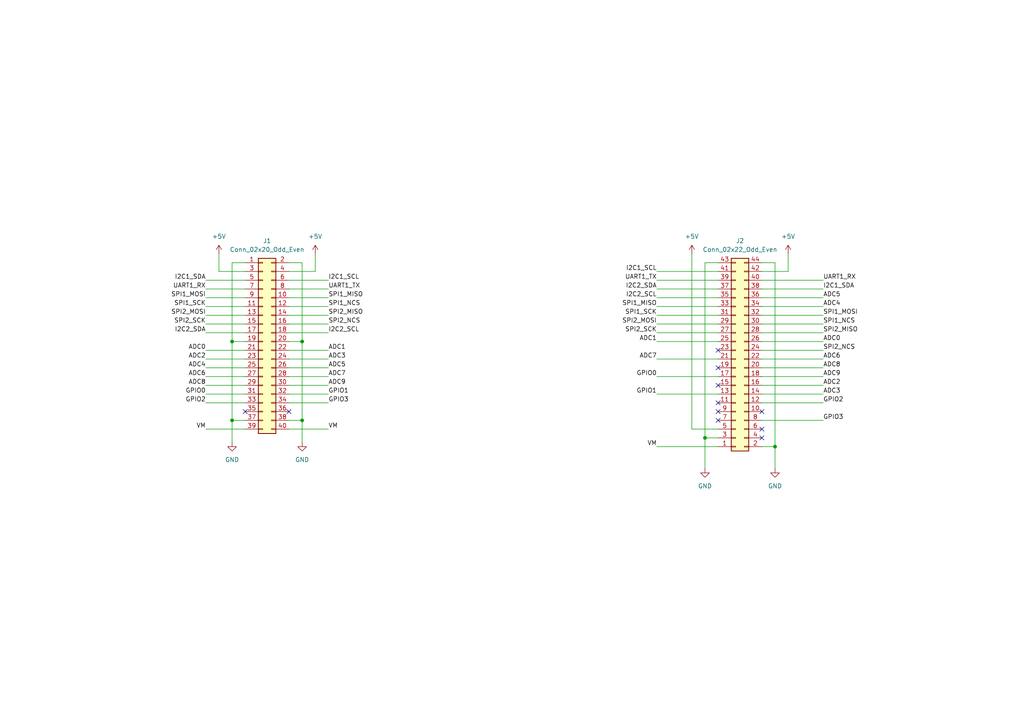
<source format=kicad_sch>
(kicad_sch (version 20211123) (generator eeschema)
  (paper "A4")
  (lib_symbols
    (symbol "Connector_Generic:Conn_02x20_Odd_Even" (pin_names (offset 1.016) hide)
      (property "Reference" "J" (at 1.27 25.4 0))
      (property "Value" "Conn_02x20_Odd_Even" (at 1.27 -27.94 0))
      (symbol "Conn_02x20_Odd_Even_1_1"
        (rectangle (start -1.27 -25.273) (end 0 -25.527) (stroke (width 0.1524)))
        (rectangle (start -1.27 -22.733) (end 0 -22.987) (stroke (width 0.1524)))
        (rectangle (start -1.27 -20.193) (end 0 -20.447) (stroke (width 0.1524)))
        (rectangle (start -1.27 -17.653) (end 0 -17.907) (stroke (width 0.1524)))
        (rectangle (start -1.27 -15.113) (end 0 -15.367) (stroke (width 0.1524)))
        (rectangle (start -1.27 -12.573) (end 0 -12.827) (stroke (width 0.1524)))
        (rectangle (start -1.27 -10.033) (end 0 -10.287) (stroke (width 0.1524)))
        (rectangle (start -1.27 -7.493) (end 0 -7.747) (stroke (width 0.1524)))
        (rectangle (start -1.27 -4.953) (end 0 -5.207) (stroke (width 0.1524)))
        (rectangle (start -1.27 -2.413) (end 0 -2.667) (stroke (width 0.1524)))
        (rectangle (start -1.27 0.127) (end 0 -0.127) (stroke (width 0.1524)))
        (rectangle (start -1.27 2.667) (end 0 2.413) (stroke (width 0.1524)))
        (rectangle (start -1.27 5.207) (end 0 4.953) (stroke (width 0.1524)))
        (rectangle (start -1.27 7.747) (end 0 7.493) (stroke (width 0.1524)))
        (rectangle (start -1.27 10.287) (end 0 10.033) (stroke (width 0.1524)))
        (rectangle (start -1.27 12.827) (end 0 12.573) (stroke (width 0.1524)))
        (rectangle (start -1.27 15.367) (end 0 15.113) (stroke (width 0.1524)))
        (rectangle (start -1.27 17.907) (end 0 17.653) (stroke (width 0.1524)))
        (rectangle (start -1.27 20.447) (end 0 20.193) (stroke (width 0.1524)))
        (rectangle (start -1.27 22.987) (end 0 22.733) (stroke (width 0.1524)))
        (rectangle (start -1.27 24.13) (end 3.81 -26.67) (stroke (width 0.254)) (fill (type background)))
        (rectangle (start 3.81 -25.273) (end 2.54 -25.527) (stroke (width 0.1524)))
        (rectangle (start 3.81 -22.733) (end 2.54 -22.987) (stroke (width 0.1524)))
        (rectangle (start 3.81 -20.193) (end 2.54 -20.447) (stroke (width 0.1524)))
        (rectangle (start 3.81 -17.653) (end 2.54 -17.907) (stroke (width 0.1524)))
        (rectangle (start 3.81 -15.113) (end 2.54 -15.367) (stroke (width 0.1524)))
        (rectangle (start 3.81 -12.573) (end 2.54 -12.827) (stroke (width 0.1524)))
        (rectangle (start 3.81 -10.033) (end 2.54 -10.287) (stroke (width 0.1524)))
        (rectangle (start 3.81 -7.493) (end 2.54 -7.747) (stroke (width 0.1524)))
        (rectangle (start 3.81 -4.953) (end 2.54 -5.207) (stroke (width 0.1524)))
        (rectangle (start 3.81 -2.413) (end 2.54 -2.667) (stroke (width 0.1524)))
        (rectangle (start 3.81 0.127) (end 2.54 -0.127) (stroke (width 0.1524)))
        (rectangle (start 3.81 2.667) (end 2.54 2.413) (stroke (width 0.1524)))
        (rectangle (start 3.81 5.207) (end 2.54 4.953) (stroke (width 0.1524)))
        (rectangle (start 3.81 7.747) (end 2.54 7.493) (stroke (width 0.1524)))
        (rectangle (start 3.81 10.287) (end 2.54 10.033) (stroke (width 0.1524)))
        (rectangle (start 3.81 12.827) (end 2.54 12.573) (stroke (width 0.1524)))
        (rectangle (start 3.81 15.367) (end 2.54 15.113) (stroke (width 0.1524)))
        (rectangle (start 3.81 17.907) (end 2.54 17.653) (stroke (width 0.1524)))
        (rectangle (start 3.81 20.447) (end 2.54 20.193) (stroke (width 0.1524)))
        (rectangle (start 3.81 22.987) (end 2.54 22.733) (stroke (width 0.1524)))
        (pin passive line (at -5.08 22.86 0) (length 3.81) (name "Pin_1") (number "1"))
        (pin passive line (at 7.62 12.7 180) (length 3.81) (name "Pin_10") (number "10"))
        (pin passive line (at -5.08 10.16 0) (length 3.81) (name "Pin_11") (number "11"))
        (pin passive line (at 7.62 10.16 180) (length 3.81) (name "Pin_12") (number "12"))
        (pin passive line (at -5.08 7.62 0) (length 3.81) (name "Pin_13") (number "13"))
        (pin passive line (at 7.62 7.62 180) (length 3.81) (name "Pin_14") (number "14"))
        (pin passive line (at -5.08 5.08 0) (length 3.81) (name "Pin_15") (number "15"))
        (pin passive line (at 7.62 5.08 180) (length 3.81) (name "Pin_16") (number "16"))
        (pin passive line (at -5.08 2.54 0) (length 3.81) (name "Pin_17") (number "17"))
        (pin passive line (at 7.62 2.54 180) (length 3.81) (name "Pin_18") (number "18"))
        (pin passive line (at -5.08 0 0) (length 3.81) (name "Pin_19") (number "19"))
        (pin passive line (at 7.62 22.86 180) (length 3.81) (name "Pin_2") (number "2"))
        (pin passive line (at 7.62 0 180) (length 3.81) (name "Pin_20") (number "20"))
        (pin passive line (at -5.08 -2.54 0) (length 3.81) (name "Pin_21") (number "21"))
        (pin passive line (at 7.62 -2.54 180) (length 3.81) (name "Pin_22") (number "22"))
        (pin passive line (at -5.08 -5.08 0) (length 3.81) (name "Pin_23") (number "23"))
        (pin passive line (at 7.62 -5.08 180) (length 3.81) (name "Pin_24") (number "24"))
        (pin passive line (at -5.08 -7.62 0) (length 3.81) (name "Pin_25") (number "25"))
        (pin passive line (at 7.62 -7.62 180) (length 3.81) (name "Pin_26") (number "26"))
        (pin passive line (at -5.08 -10.16 0) (length 3.81) (name "Pin_27") (number "27"))
        (pin passive line (at 7.62 -10.16 180) (length 3.81) (name "Pin_28") (number "28"))
        (pin passive line (at -5.08 -12.7 0) (length 3.81) (name "Pin_29") (number "29"))
        (pin passive line (at -5.08 20.32 0) (length 3.81) (name "Pin_3") (number "3"))
        (pin passive line (at 7.62 -12.7 180) (length 3.81) (name "Pin_30") (number "30"))
        (pin passive line (at -5.08 -15.24 0) (length 3.81) (name "Pin_31") (number "31"))
        (pin passive line (at 7.62 -15.24 180) (length 3.81) (name "Pin_32") (number "32"))
        (pin passive line (at -5.08 -17.78 0) (length 3.81) (name "Pin_33") (number "33"))
        (pin passive line (at 7.62 -17.78 180) (length 3.81) (name "Pin_34") (number "34"))
        (pin passive line (at -5.08 -20.32 0) (length 3.81) (name "Pin_35") (number "35"))
        (pin passive line (at 7.62 -20.32 180) (length 3.81) (name "Pin_36") (number "36"))
        (pin passive line (at -5.08 -22.86 0) (length 3.81) (name "Pin_37") (number "37"))
        (pin passive line (at 7.62 -22.86 180) (length 3.81) (name "Pin_38") (number "38"))
        (pin passive line (at -5.08 -25.4 0) (length 3.81) (name "Pin_39") (number "39"))
        (pin passive line (at 7.62 20.32 180) (length 3.81) (name "Pin_4") (number "4"))
        (pin passive line (at 7.62 -25.4 180) (length 3.81) (name "Pin_40") (number "40"))
        (pin passive line (at -5.08 17.78 0) (length 3.81) (name "Pin_5") (number "5"))
        (pin passive line (at 7.62 17.78 180) (length 3.81) (name "Pin_6") (number "6"))
        (pin passive line (at -5.08 15.24 0) (length 3.81) (name "Pin_7") (number "7"))
        (pin passive line (at 7.62 15.24 180) (length 3.81) (name "Pin_8") (number "8"))
        (pin passive line (at -5.08 12.7 0) (length 3.81) (name "Pin_9") (number "9"))
      )
    )
    (symbol "Connector_Generic:Conn_02x22_Odd_Even" (pin_names (offset 1.016) hide)
      (property "Reference" "J" (at 1.27 27.94 0))
      (property "Value" "Conn_02x22_Odd_Even" (at 1.27 -30.48 0))
      (symbol "Conn_02x22_Odd_Even_1_1"
        (rectangle (start -1.27 -27.813) (end 0 -28.067) (stroke (width 0.1524)))
        (rectangle (start -1.27 -25.273) (end 0 -25.527) (stroke (width 0.1524)))
        (rectangle (start -1.27 -22.733) (end 0 -22.987) (stroke (width 0.1524)))
        (rectangle (start -1.27 -20.193) (end 0 -20.447) (stroke (width 0.1524)))
        (rectangle (start -1.27 -17.653) (end 0 -17.907) (stroke (width 0.1524)))
        (rectangle (start -1.27 -15.113) (end 0 -15.367) (stroke (width 0.1524)))
        (rectangle (start -1.27 -12.573) (end 0 -12.827) (stroke (width 0.1524)))
        (rectangle (start -1.27 -10.033) (end 0 -10.287) (stroke (width 0.1524)))
        (rectangle (start -1.27 -7.493) (end 0 -7.747) (stroke (width 0.1524)))
        (rectangle (start -1.27 -4.953) (end 0 -5.207) (stroke (width 0.1524)))
        (rectangle (start -1.27 -2.413) (end 0 -2.667) (stroke (width 0.1524)))
        (rectangle (start -1.27 0.127) (end 0 -0.127) (stroke (width 0.1524)))
        (rectangle (start -1.27 2.667) (end 0 2.413) (stroke (width 0.1524)))
        (rectangle (start -1.27 5.207) (end 0 4.953) (stroke (width 0.1524)))
        (rectangle (start -1.27 7.747) (end 0 7.493) (stroke (width 0.1524)))
        (rectangle (start -1.27 10.287) (end 0 10.033) (stroke (width 0.1524)))
        (rectangle (start -1.27 12.827) (end 0 12.573) (stroke (width 0.1524)))
        (rectangle (start -1.27 15.367) (end 0 15.113) (stroke (width 0.1524)))
        (rectangle (start -1.27 17.907) (end 0 17.653) (stroke (width 0.1524)))
        (rectangle (start -1.27 20.447) (end 0 20.193) (stroke (width 0.1524)))
        (rectangle (start -1.27 22.987) (end 0 22.733) (stroke (width 0.1524)))
        (rectangle (start -1.27 25.527) (end 0 25.273) (stroke (width 0.1524)))
        (rectangle (start -1.27 26.67) (end 3.81 -29.21) (stroke (width 0.254)) (fill (type background)))
        (rectangle (start 3.81 -27.813) (end 2.54 -28.067) (stroke (width 0.1524)))
        (rectangle (start 3.81 -25.273) (end 2.54 -25.527) (stroke (width 0.1524)))
        (rectangle (start 3.81 -22.733) (end 2.54 -22.987) (stroke (width 0.1524)))
        (rectangle (start 3.81 -20.193) (end 2.54 -20.447) (stroke (width 0.1524)))
        (rectangle (start 3.81 -17.653) (end 2.54 -17.907) (stroke (width 0.1524)))
        (rectangle (start 3.81 -15.113) (end 2.54 -15.367) (stroke (width 0.1524)))
        (rectangle (start 3.81 -12.573) (end 2.54 -12.827) (stroke (width 0.1524)))
        (rectangle (start 3.81 -10.033) (end 2.54 -10.287) (stroke (width 0.1524)))
        (rectangle (start 3.81 -7.493) (end 2.54 -7.747) (stroke (width 0.1524)))
        (rectangle (start 3.81 -4.953) (end 2.54 -5.207) (stroke (width 0.1524)))
        (rectangle (start 3.81 -2.413) (end 2.54 -2.667) (stroke (width 0.1524)))
        (rectangle (start 3.81 0.127) (end 2.54 -0.127) (stroke (width 0.1524)))
        (rectangle (start 3.81 2.667) (end 2.54 2.413) (stroke (width 0.1524)))
        (rectangle (start 3.81 5.207) (end 2.54 4.953) (stroke (width 0.1524)))
        (rectangle (start 3.81 7.747) (end 2.54 7.493) (stroke (width 0.1524)))
        (rectangle (start 3.81 10.287) (end 2.54 10.033) (stroke (width 0.1524)))
        (rectangle (start 3.81 12.827) (end 2.54 12.573) (stroke (width 0.1524)))
        (rectangle (start 3.81 15.367) (end 2.54 15.113) (stroke (width 0.1524)))
        (rectangle (start 3.81 17.907) (end 2.54 17.653) (stroke (width 0.1524)))
        (rectangle (start 3.81 20.447) (end 2.54 20.193) (stroke (width 0.1524)))
        (rectangle (start 3.81 22.987) (end 2.54 22.733) (stroke (width 0.1524)))
        (rectangle (start 3.81 25.527) (end 2.54 25.273) (stroke (width 0.1524)))
        (pin passive line (at -5.08 25.4 0) (length 3.81) (name "Pin_1") (number "1"))
        (pin passive line (at 7.62 15.24 180) (length 3.81) (name "Pin_10") (number "10"))
        (pin passive line (at -5.08 12.7 0) (length 3.81) (name "Pin_11") (number "11"))
        (pin passive line (at 7.62 12.7 180) (length 3.81) (name "Pin_12") (number "12"))
        (pin passive line (at -5.08 10.16 0) (length 3.81) (name "Pin_13") (number "13"))
        (pin passive line (at 7.62 10.16 180) (length 3.81) (name "Pin_14") (number "14"))
        (pin passive line (at -5.08 7.62 0) (length 3.81) (name "Pin_15") (number "15"))
        (pin passive line (at 7.62 7.62 180) (length 3.81) (name "Pin_16") (number "16"))
        (pin passive line (at -5.08 5.08 0) (length 3.81) (name "Pin_17") (number "17"))
        (pin passive line (at 7.62 5.08 180) (length 3.81) (name "Pin_18") (number "18"))
        (pin passive line (at -5.08 2.54 0) (length 3.81) (name "Pin_19") (number "19"))
        (pin passive line (at 7.62 25.4 180) (length 3.81) (name "Pin_2") (number "2"))
        (pin passive line (at 7.62 2.54 180) (length 3.81) (name "Pin_20") (number "20"))
        (pin passive line (at -5.08 0 0) (length 3.81) (name "Pin_21") (number "21"))
        (pin passive line (at 7.62 0 180) (length 3.81) (name "Pin_22") (number "22"))
        (pin passive line (at -5.08 -2.54 0) (length 3.81) (name "Pin_23") (number "23"))
        (pin passive line (at 7.62 -2.54 180) (length 3.81) (name "Pin_24") (number "24"))
        (pin passive line (at -5.08 -5.08 0) (length 3.81) (name "Pin_25") (number "25"))
        (pin passive line (at 7.62 -5.08 180) (length 3.81) (name "Pin_26") (number "26"))
        (pin passive line (at -5.08 -7.62 0) (length 3.81) (name "Pin_27") (number "27"))
        (pin passive line (at 7.62 -7.62 180) (length 3.81) (name "Pin_28") (number "28"))
        (pin passive line (at -5.08 -10.16 0) (length 3.81) (name "Pin_29") (number "29"))
        (pin passive line (at -5.08 22.86 0) (length 3.81) (name "Pin_3") (number "3"))
        (pin passive line (at 7.62 -10.16 180) (length 3.81) (name "Pin_30") (number "30"))
        (pin passive line (at -5.08 -12.7 0) (length 3.81) (name "Pin_31") (number "31"))
        (pin passive line (at 7.62 -12.7 180) (length 3.81) (name "Pin_32") (number "32"))
        (pin passive line (at -5.08 -15.24 0) (length 3.81) (name "Pin_33") (number "33"))
        (pin passive line (at 7.62 -15.24 180) (length 3.81) (name "Pin_34") (number "34"))
        (pin passive line (at -5.08 -17.78 0) (length 3.81) (name "Pin_35") (number "35"))
        (pin passive line (at 7.62 -17.78 180) (length 3.81) (name "Pin_36") (number "36"))
        (pin passive line (at -5.08 -20.32 0) (length 3.81) (name "Pin_37") (number "37"))
        (pin passive line (at 7.62 -20.32 180) (length 3.81) (name "Pin_38") (number "38"))
        (pin passive line (at -5.08 -22.86 0) (length 3.81) (name "Pin_39") (number "39"))
        (pin passive line (at 7.62 22.86 180) (length 3.81) (name "Pin_4") (number "4"))
        (pin passive line (at 7.62 -22.86 180) (length 3.81) (name "Pin_40") (number "40"))
        (pin passive line (at -5.08 -25.4 0) (length 3.81) (name "Pin_41") (number "41"))
        (pin passive line (at 7.62 -25.4 180) (length 3.81) (name "Pin_42") (number "42"))
        (pin passive line (at -5.08 -27.94 0) (length 3.81) (name "Pin_43") (number "43"))
        (pin passive line (at 7.62 -27.94 180) (length 3.81) (name "Pin_44") (number "44"))
        (pin passive line (at -5.08 20.32 0) (length 3.81) (name "Pin_5") (number "5"))
        (pin passive line (at 7.62 20.32 180) (length 3.81) (name "Pin_6") (number "6"))
        (pin passive line (at -5.08 17.78 0) (length 3.81) (name "Pin_7") (number "7"))
        (pin passive line (at 7.62 17.78 180) (length 3.81) (name "Pin_8") (number "8"))
        (pin passive line (at -5.08 15.24 0) (length 3.81) (name "Pin_9") (number "9"))
      )
    )
    (symbol "power:+5V" (power) (pin_names (offset 0))
      (property "Value" "+5V" (at 0 3.556 0))
      (symbol "+5V_0_1"
        (polyline (pts (xy -0.762 1.27) (xy 0 2.54)))
        (polyline (pts (xy 0 0) (xy 0 2.54)))
        (polyline (pts (xy 0 2.54) (xy 0.762 1.27)))
      )
      (symbol "+5V_1_1"
        (pin power_in line (at 0 0 90) (length 0) hide (name "+5V") (number "1"))
      )
    )
    (symbol "power:GND" (power) (pin_names (offset 0))
      (property "Value" "GND" (at 0 -3.81 0))
      (symbol "GND_0_1"
        (polyline (pts (xy 0 0) (xy 0 -1.27) (xy 1.27 -1.27) (xy 0 -2.54) (xy -1.27 -1.27) (xy 0 -1.27)))
      )
      (symbol "GND_1_1"
        (pin power_in line (at 0 0 270) (length 0) hide (name "GND") (number "1"))
      )
    )
  )
  (junction (at 67.31 121.92))
  (junction (at 67.31 99.06))
  (junction (at 224.79 129.54))
  (junction (at 87.63 121.92))
  (junction (at 204.47 127))
  (junction (at 87.63 99.06))
  (no_connect (at 83.82 119.38))
  (no_connect (at 71.12 119.38))
  (no_connect (at 208.28 106.68))
  (no_connect (at 220.98 119.38))
  (no_connect (at 208.28 119.38))
  (no_connect (at 208.28 116.84))
  (no_connect (at 208.28 111.76))
  (no_connect (at 208.28 121.92))
  (no_connect (at 220.98 127))
  (no_connect (at 220.98 124.46))
  (no_connect (at 208.28 101.6))
  (wire (pts (xy 190.5 91.44) (xy 208.28 91.44)))
  (wire (pts (xy 220.98 101.6) (xy 238.76 101.6)))
  (wire (pts (xy 190.5 93.98) (xy 208.28 93.98)))
  (wire (pts (xy 59.69 124.46) (xy 71.12 124.46)))
  (wire (pts (xy 67.31 99.06) (xy 67.31 76.2)))
  (wire (pts (xy 220.98 129.54) (xy 224.79 129.54)))
  (wire (pts (xy 59.69 91.44) (xy 71.12 91.44)))
  (wire (pts (xy 220.98 93.98) (xy 238.76 93.98)))
  (wire (pts (xy 59.69 96.52) (xy 71.12 96.52)))
  (wire (pts (xy 190.5 86.36) (xy 208.28 86.36)))
  (wire (pts (xy 220.98 109.22) (xy 238.76 109.22)))
  (wire (pts (xy 190.5 129.54) (xy 208.28 129.54)))
  (wire (pts (xy 59.69 101.6) (xy 71.12 101.6)))
  (wire (pts (xy 83.82 116.84) (xy 95.25 116.84)))
  (wire (pts (xy 59.69 86.36) (xy 71.12 86.36)))
  (wire (pts (xy 83.82 114.3) (xy 95.25 114.3)))
  (wire (pts (xy 83.82 81.28) (xy 95.25 81.28)))
  (wire (pts (xy 59.69 106.68) (xy 71.12 106.68)))
  (wire (pts (xy 87.63 76.2) (xy 87.63 99.06)))
  (wire (pts (xy 67.31 99.06) (xy 71.12 99.06)))
  (wire (pts (xy 83.82 99.06) (xy 87.63 99.06)))
  (wire (pts (xy 71.12 78.74) (xy 63.5 78.74)))
  (wire (pts (xy 220.98 88.9) (xy 238.76 88.9)))
  (wire (pts (xy 87.63 121.92) (xy 87.63 128.27)))
  (wire (pts (xy 59.69 111.76) (xy 71.12 111.76)))
  (wire (pts (xy 83.82 78.74) (xy 91.44 78.74)))
  (wire (pts (xy 87.63 99.06) (xy 87.63 121.92)))
  (wire (pts (xy 83.82 76.2) (xy 87.63 76.2)))
  (wire (pts (xy 67.31 121.92) (xy 67.31 99.06)))
  (wire (pts (xy 83.82 91.44) (xy 95.25 91.44)))
  (wire (pts (xy 208.28 76.2) (xy 204.47 76.2)))
  (wire (pts (xy 83.82 109.22) (xy 95.25 109.22)))
  (wire (pts (xy 220.98 99.06) (xy 238.76 99.06)))
  (wire (pts (xy 83.82 101.6) (xy 95.25 101.6)))
  (wire (pts (xy 83.82 88.9) (xy 95.25 88.9)))
  (wire (pts (xy 59.69 109.22) (xy 71.12 109.22)))
  (wire (pts (xy 59.69 93.98) (xy 71.12 93.98)))
  (wire (pts (xy 83.82 96.52) (xy 95.25 96.52)))
  (wire (pts (xy 224.79 76.2) (xy 220.98 76.2)))
  (wire (pts (xy 59.69 88.9) (xy 71.12 88.9)))
  (wire (pts (xy 190.5 78.74) (xy 208.28 78.74)))
  (wire (pts (xy 204.47 127) (xy 208.28 127)))
  (wire (pts (xy 220.98 111.76) (xy 238.76 111.76)))
  (wire (pts (xy 59.69 81.28) (xy 71.12 81.28)))
  (wire (pts (xy 83.82 93.98) (xy 95.25 93.98)))
  (wire (pts (xy 220.98 83.82) (xy 238.76 83.82)))
  (wire (pts (xy 220.98 91.44) (xy 238.76 91.44)))
  (wire (pts (xy 204.47 127) (xy 204.47 135.89)))
  (wire (pts (xy 83.82 83.82) (xy 95.25 83.82)))
  (wire (pts (xy 67.31 128.27) (xy 67.31 121.92)))
  (wire (pts (xy 83.82 104.14) (xy 95.25 104.14)))
  (wire (pts (xy 83.82 106.68) (xy 95.25 106.68)))
  (wire (pts (xy 220.98 121.92) (xy 238.76 121.92)))
  (wire (pts (xy 190.5 88.9) (xy 208.28 88.9)))
  (wire (pts (xy 220.98 104.14) (xy 238.76 104.14)))
  (wire (pts (xy 59.69 83.82) (xy 71.12 83.82)))
  (wire (pts (xy 190.5 96.52) (xy 208.28 96.52)))
  (wire (pts (xy 220.98 96.52) (xy 238.76 96.52)))
  (wire (pts (xy 67.31 76.2) (xy 71.12 76.2)))
  (wire (pts (xy 91.44 78.74) (xy 91.44 73.66)))
  (wire (pts (xy 83.82 121.92) (xy 87.63 121.92)))
  (wire (pts (xy 59.69 114.3) (xy 71.12 114.3)))
  (wire (pts (xy 224.79 129.54) (xy 224.79 76.2)))
  (wire (pts (xy 59.69 116.84) (xy 71.12 116.84)))
  (wire (pts (xy 220.98 78.74) (xy 228.6 78.74)))
  (wire (pts (xy 190.5 83.82) (xy 208.28 83.82)))
  (wire (pts (xy 59.69 104.14) (xy 71.12 104.14)))
  (wire (pts (xy 220.98 86.36) (xy 238.76 86.36)))
  (wire (pts (xy 190.5 109.22) (xy 208.28 109.22)))
  (wire (pts (xy 67.31 121.92) (xy 71.12 121.92)))
  (wire (pts (xy 204.47 76.2) (xy 204.47 127)))
  (wire (pts (xy 220.98 114.3) (xy 238.76 114.3)))
  (wire (pts (xy 83.82 86.36) (xy 95.25 86.36)))
  (wire (pts (xy 200.66 124.46) (xy 200.66 73.66)))
  (wire (pts (xy 220.98 106.68) (xy 238.76 106.68)))
  (wire (pts (xy 83.82 124.46) (xy 95.25 124.46)))
  (wire (pts (xy 220.98 116.84) (xy 238.76 116.84)))
  (wire (pts (xy 190.5 81.28) (xy 208.28 81.28)))
  (wire (pts (xy 63.5 78.74) (xy 63.5 73.66)))
  (wire (pts (xy 228.6 78.74) (xy 228.6 73.66)))
  (wire (pts (xy 220.98 81.28) (xy 238.76 81.28)))
  (wire (pts (xy 190.5 99.06) (xy 208.28 99.06)))
  (wire (pts (xy 190.5 104.14) (xy 208.28 104.14)))
  (wire (pts (xy 208.28 124.46) (xy 200.66 124.46)))
  (wire (pts (xy 83.82 111.76) (xy 95.25 111.76)))
  (wire (pts (xy 224.79 135.89) (xy 224.79 129.54)))
  (wire (pts (xy 190.5 114.3) (xy 208.28 114.3)))
  (label "ADC7" (at 95.25 109.22 0))
  (label "ADC9" (at 95.25 111.76 0))
  (label "ADC6" (at 238.76 104.14 0))
  (label "SPI1_MISO" (at 95.25 86.36 0))
  (label "ADC0" (at 238.76 99.06 0))
  (label "ADC8" (at 59.69 111.76 180))
  (label "ADC6" (at 59.69 109.22 180))
  (label "SPI1_MOSI" (at 59.69 86.36 180))
  (label "I2C2_SDA" (at 59.69 96.52 180))
  (label "VM" (at 59.69 124.46 180))
  (label "SPI1_SCK" (at 190.5 91.44 180))
  (label "ADC5" (at 95.25 106.68 0))
  (label "GPIO3" (at 95.25 116.84 0))
  (label "SPI2_SCK" (at 59.69 93.98 180))
  (label "ADC9" (at 238.76 109.22 0))
  (label "ADC3" (at 95.25 104.14 0))
  (label "SPI2_MISO" (at 95.25 91.44 0))
  (label "GPIO2" (at 59.69 116.84 180))
  (label "SPI2_SCK" (at 190.5 96.52 180))
  (label "I2C2_SCL" (at 95.25 96.52 0))
  (label "I2C1_SDA" (at 238.76 83.82 0))
  (label "GPIO3" (at 238.76 121.92 0))
  (label "SPI2_MISO" (at 238.76 96.52 0))
  (label "UART1_RX" (at 238.76 81.28 0))
  (label "ADC2" (at 59.69 104.14 180))
  (label "GPIO0" (at 190.5 109.22 180))
  (label "I2C1_SCL" (at 95.25 81.28 0))
  (label "I2C1_SDA" (at 59.69 81.28 180))
  (label "SPI1_NCS" (at 95.25 88.9 0))
  (label "ADC7" (at 190.5 104.14 180))
  (label "GPIO2" (at 238.76 116.84 0))
  (label "SPI2_NCS" (at 95.25 93.98 0))
  (label "ADC1" (at 95.25 101.6 0))
  (label "ADC4" (at 238.76 88.9 0))
  (label "SPI2_MOSI" (at 190.5 93.98 180))
  (label "SPI1_SCK" (at 59.69 88.9 180))
  (label "GPIO1" (at 95.25 114.3 0))
  (label "I2C2_SCL" (at 190.5 86.36 180))
  (label "UART1_TX" (at 190.5 81.28 180))
  (label "ADC1" (at 190.5 99.06 180))
  (label "VM" (at 190.5 129.54 180))
  (label "SPI1_NCS" (at 238.76 93.98 0))
  (label "ADC3" (at 238.76 114.3 0))
  (label "SPI1_MOSI" (at 238.76 91.44 0))
  (label "UART1_RX" (at 59.69 83.82 180))
  (label "GPIO0" (at 59.69 114.3 180))
  (label "GPIO1" (at 190.5 114.3 180))
  (label "SPI1_MISO" (at 190.5 88.9 180))
  (label "SPI2_NCS" (at 238.76 101.6 0))
  (label "I2C2_SDA" (at 190.5 83.82 180))
  (label "ADC8" (at 238.76 106.68 0))
  (label "ADC5" (at 238.76 86.36 0))
  (label "ADC4" (at 59.69 106.68 180))
  (label "VM" (at 95.25 124.46 0))
  (label "SPI2_MOSI" (at 59.69 91.44 180))
  (label "I2C1_SCL" (at 190.5 78.74 180))
  (label "UART1_TX" (at 95.25 83.82 0))
  (label "ADC0" (at 59.69 101.6 180))
  (label "ADC2" (at 238.76 111.76 0))
  (symbol (lib_id "power:GND") (at 224.79 135.89 0) (unit 1)
    (property "Reference" "#PWR0107" (effects hide))
    (property "Value" "GND" (at 224.79 140.97 0))
  )
  (symbol (lib_id "power:+5V") (at 91.44 73.66 0) (unit 1)
    (property "Reference" "#PWR0106" (effects hide))
    (property "Value" "+5V" (at 91.44 68.58 0))
  )
  (symbol (lib_id "power:+5V") (at 228.6 73.66 0) (unit 1)
    (property "Reference" "#PWR0104" (effects hide))
    (property "Value" "+5V" (at 228.6 68.58 0))
  )
  (symbol (lib_id "Connector_Generic:Conn_02x20_Odd_Even") (at 76.2 99.06 0) (unit 1)
    (property "Reference" "J1" (at 77.47 69.85 0))
    (property "Value" "Conn_02x20_Odd_Even" (at 77.47 72.39 0))
    (property "Footprint" "pmod-conn_6x2:con_Alchemy_mirrored" (effects hide))
  )
  (symbol (lib_id "power:GND") (at 67.31 128.27 0) (unit 1)
    (property "Reference" "#PWR0101" (effects hide))
    (property "Value" "GND" (at 67.31 133.35 0))
  )
  (symbol (lib_id "power:GND") (at 204.47 135.89 0) (unit 1)
    (property "Reference" "#PWR0108" (effects hide))
    (property "Value" "GND" (at 204.47 140.97 0))
  )
  (symbol (lib_id "power:GND") (at 87.63 128.27 0) (unit 1)
    (property "Reference" "#PWR0102" (effects hide))
    (property "Value" "GND" (at 87.63 133.35 0))
  )
  (symbol (lib_id "power:+5V") (at 200.66 73.66 0) (unit 1)
    (property "Reference" "#PWR0103" (effects hide))
    (property "Value" "+5V" (at 200.66 68.58 0))
  )
  (symbol (lib_id "power:+5V") (at 63.5 73.66 0) (unit 1)
    (property "Reference" "#PWR0105" (effects hide))
    (property "Value" "+5V" (at 63.5 68.58 0))
  )
  (symbol (lib_id "Connector_Generic:Conn_02x22_Odd_Even") (at 213.36 104.14 0) (mirror x) (unit 1)
    (property "Reference" "J2" (at 214.63 69.85 0))
    (property "Value" "Conn_02x22_Odd_Even" (at 214.63 72.39 0))
    (property "Footprint" "Connector_PinHeader_2.54mm:PinHeader_2x22_P2.54mm_Vertical" (effects hide))
  )
)
</source>
